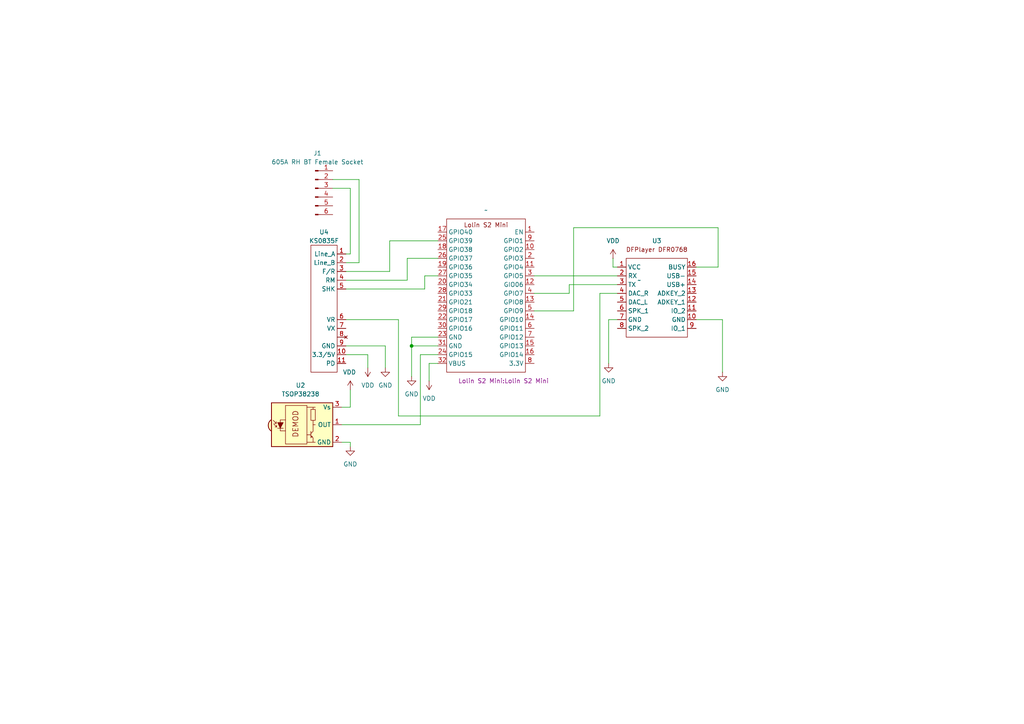
<source format=kicad_sch>
(kicad_sch
	(version 20250114)
	(generator "eeschema")
	(generator_version "9.0")
	(uuid "5987d076-9baa-4da4-b28f-4ea54351e9b4")
	(paper "A4")
	(lib_symbols
		(symbol "Connector:Conn_01x06_Pin"
			(pin_names
				(offset 1.016)
				(hide yes)
			)
			(exclude_from_sim no)
			(in_bom yes)
			(on_board yes)
			(property "Reference" "J"
				(at 0 7.62 0)
				(effects
					(font
						(size 1.27 1.27)
					)
				)
			)
			(property "Value" "Conn_01x06_Pin"
				(at 0 -10.16 0)
				(effects
					(font
						(size 1.27 1.27)
					)
				)
			)
			(property "Footprint" ""
				(at 0 0 0)
				(effects
					(font
						(size 1.27 1.27)
					)
					(hide yes)
				)
			)
			(property "Datasheet" "~"
				(at 0 0 0)
				(effects
					(font
						(size 1.27 1.27)
					)
					(hide yes)
				)
			)
			(property "Description" "Generic connector, single row, 01x06, script generated"
				(at 0 0 0)
				(effects
					(font
						(size 1.27 1.27)
					)
					(hide yes)
				)
			)
			(property "ki_locked" ""
				(at 0 0 0)
				(effects
					(font
						(size 1.27 1.27)
					)
				)
			)
			(property "ki_keywords" "connector"
				(at 0 0 0)
				(effects
					(font
						(size 1.27 1.27)
					)
					(hide yes)
				)
			)
			(property "ki_fp_filters" "Connector*:*_1x??_*"
				(at 0 0 0)
				(effects
					(font
						(size 1.27 1.27)
					)
					(hide yes)
				)
			)
			(symbol "Conn_01x06_Pin_1_1"
				(rectangle
					(start 0.8636 5.207)
					(end 0 4.953)
					(stroke
						(width 0.1524)
						(type default)
					)
					(fill
						(type outline)
					)
				)
				(rectangle
					(start 0.8636 2.667)
					(end 0 2.413)
					(stroke
						(width 0.1524)
						(type default)
					)
					(fill
						(type outline)
					)
				)
				(rectangle
					(start 0.8636 0.127)
					(end 0 -0.127)
					(stroke
						(width 0.1524)
						(type default)
					)
					(fill
						(type outline)
					)
				)
				(rectangle
					(start 0.8636 -2.413)
					(end 0 -2.667)
					(stroke
						(width 0.1524)
						(type default)
					)
					(fill
						(type outline)
					)
				)
				(rectangle
					(start 0.8636 -4.953)
					(end 0 -5.207)
					(stroke
						(width 0.1524)
						(type default)
					)
					(fill
						(type outline)
					)
				)
				(rectangle
					(start 0.8636 -7.493)
					(end 0 -7.747)
					(stroke
						(width 0.1524)
						(type default)
					)
					(fill
						(type outline)
					)
				)
				(polyline
					(pts
						(xy 1.27 5.08) (xy 0.8636 5.08)
					)
					(stroke
						(width 0.1524)
						(type default)
					)
					(fill
						(type none)
					)
				)
				(polyline
					(pts
						(xy 1.27 2.54) (xy 0.8636 2.54)
					)
					(stroke
						(width 0.1524)
						(type default)
					)
					(fill
						(type none)
					)
				)
				(polyline
					(pts
						(xy 1.27 0) (xy 0.8636 0)
					)
					(stroke
						(width 0.1524)
						(type default)
					)
					(fill
						(type none)
					)
				)
				(polyline
					(pts
						(xy 1.27 -2.54) (xy 0.8636 -2.54)
					)
					(stroke
						(width 0.1524)
						(type default)
					)
					(fill
						(type none)
					)
				)
				(polyline
					(pts
						(xy 1.27 -5.08) (xy 0.8636 -5.08)
					)
					(stroke
						(width 0.1524)
						(type default)
					)
					(fill
						(type none)
					)
				)
				(polyline
					(pts
						(xy 1.27 -7.62) (xy 0.8636 -7.62)
					)
					(stroke
						(width 0.1524)
						(type default)
					)
					(fill
						(type none)
					)
				)
				(pin passive line
					(at 5.08 5.08 180)
					(length 3.81)
					(name "Pin_1"
						(effects
							(font
								(size 1.27 1.27)
							)
						)
					)
					(number "1"
						(effects
							(font
								(size 1.27 1.27)
							)
						)
					)
				)
				(pin passive line
					(at 5.08 2.54 180)
					(length 3.81)
					(name "Pin_2"
						(effects
							(font
								(size 1.27 1.27)
							)
						)
					)
					(number "2"
						(effects
							(font
								(size 1.27 1.27)
							)
						)
					)
				)
				(pin passive line
					(at 5.08 0 180)
					(length 3.81)
					(name "Pin_3"
						(effects
							(font
								(size 1.27 1.27)
							)
						)
					)
					(number "3"
						(effects
							(font
								(size 1.27 1.27)
							)
						)
					)
				)
				(pin passive line
					(at 5.08 -2.54 180)
					(length 3.81)
					(name "Pin_4"
						(effects
							(font
								(size 1.27 1.27)
							)
						)
					)
					(number "4"
						(effects
							(font
								(size 1.27 1.27)
							)
						)
					)
				)
				(pin passive line
					(at 5.08 -5.08 180)
					(length 3.81)
					(name "Pin_5"
						(effects
							(font
								(size 1.27 1.27)
							)
						)
					)
					(number "5"
						(effects
							(font
								(size 1.27 1.27)
							)
						)
					)
				)
				(pin passive line
					(at 5.08 -7.62 180)
					(length 3.81)
					(name "Pin_6"
						(effects
							(font
								(size 1.27 1.27)
							)
						)
					)
					(number "6"
						(effects
							(font
								(size 1.27 1.27)
							)
						)
					)
				)
			)
			(embedded_fonts no)
		)
		(symbol "DF_Robot:DFR0768-mp3-player"
			(exclude_from_sim no)
			(in_bom yes)
			(on_board yes)
			(property "Reference" "U"
				(at 0 0 0)
				(effects
					(font
						(size 1.27 1.27)
					)
				)
			)
			(property "Value" ""
				(at 0 0 0)
				(effects
					(font
						(size 1.27 1.27)
					)
				)
			)
			(property "Footprint" ""
				(at 0 0 0)
				(effects
					(font
						(size 1.27 1.27)
					)
					(hide yes)
				)
			)
			(property "Datasheet" ""
				(at 0 0 0)
				(effects
					(font
						(size 1.27 1.27)
					)
					(hide yes)
				)
			)
			(property "Description" ""
				(at 0 0 0)
				(effects
					(font
						(size 1.27 1.27)
					)
					(hide yes)
				)
			)
			(symbol "DFR0768-mp3-player_0_1"
				(rectangle
					(start -3.81 6.35)
					(end 13.97 -16.51)
					(stroke
						(width 0)
						(type default)
					)
					(fill
						(type none)
					)
				)
				(rectangle
					(start 12.7 3.81)
					(end 12.7 3.81)
					(stroke
						(width 0)
						(type default)
					)
					(fill
						(type none)
					)
				)
			)
			(symbol "DFR0768-mp3-player_1_1"
				(text "DFPlayer DFR0768"
					(at 5.08 8.89 0)
					(effects
						(font
							(size 1.27 1.27)
						)
					)
				)
				(pin power_in line
					(at -6.35 3.81 0)
					(length 2.54)
					(name "VCC"
						(effects
							(font
								(size 1.27 1.27)
							)
						)
					)
					(number "1"
						(effects
							(font
								(size 1.27 1.27)
							)
						)
					)
				)
				(pin input line
					(at -6.35 1.27 0)
					(length 2.54)
					(name "RX"
						(effects
							(font
								(size 1.27 1.27)
							)
						)
					)
					(number "2"
						(effects
							(font
								(size 1.27 1.27)
							)
						)
					)
				)
				(pin output line
					(at -6.35 -1.27 0)
					(length 2.54)
					(name "TX"
						(effects
							(font
								(size 1.27 1.27)
							)
						)
					)
					(number "3"
						(effects
							(font
								(size 1.27 1.27)
							)
						)
					)
				)
				(pin output line
					(at -6.35 -3.81 0)
					(length 2.54)
					(name "DAC_R"
						(effects
							(font
								(size 1.27 1.27)
							)
						)
					)
					(number "4"
						(effects
							(font
								(size 1.27 1.27)
							)
						)
					)
				)
				(pin output line
					(at -6.35 -6.35 0)
					(length 2.54)
					(name "DAC_L"
						(effects
							(font
								(size 1.27 1.27)
							)
						)
					)
					(number "5"
						(effects
							(font
								(size 1.27 1.27)
							)
						)
					)
				)
				(pin output line
					(at -6.35 -8.89 0)
					(length 2.54)
					(name "SPK_1"
						(effects
							(font
								(size 1.27 1.27)
							)
						)
					)
					(number "6"
						(effects
							(font
								(size 1.27 1.27)
							)
						)
					)
				)
				(pin power_in line
					(at -6.35 -11.43 0)
					(length 2.54)
					(name "GND"
						(effects
							(font
								(size 1.27 1.27)
							)
						)
					)
					(number "7"
						(effects
							(font
								(size 1.27 1.27)
							)
						)
					)
				)
				(pin power_in line
					(at -6.35 -13.97 0)
					(length 2.54)
					(name "SPK_2"
						(effects
							(font
								(size 1.27 1.27)
							)
						)
					)
					(number "8"
						(effects
							(font
								(size 1.27 1.27)
							)
						)
					)
				)
				(pin output line
					(at 16.51 3.81 180)
					(length 2.54)
					(name "BUSY"
						(effects
							(font
								(size 1.27 1.27)
							)
						)
					)
					(number "16"
						(effects
							(font
								(size 1.27 1.27)
							)
						)
					)
				)
				(pin bidirectional line
					(at 16.51 1.27 180)
					(length 2.54)
					(name "USB-"
						(effects
							(font
								(size 1.27 1.27)
							)
						)
					)
					(number "15"
						(effects
							(font
								(size 1.27 1.27)
							)
						)
					)
				)
				(pin bidirectional line
					(at 16.51 -1.27 180)
					(length 2.54)
					(name "USB+"
						(effects
							(font
								(size 1.27 1.27)
							)
						)
					)
					(number "14"
						(effects
							(font
								(size 1.27 1.27)
							)
						)
					)
				)
				(pin input line
					(at 16.51 -3.81 180)
					(length 2.54)
					(name "ADKEY_2"
						(effects
							(font
								(size 1.27 1.27)
							)
						)
					)
					(number "13"
						(effects
							(font
								(size 1.27 1.27)
							)
						)
					)
				)
				(pin input line
					(at 16.51 -6.35 180)
					(length 2.54)
					(name "ADKEY_1"
						(effects
							(font
								(size 1.27 1.27)
							)
						)
					)
					(number "12"
						(effects
							(font
								(size 1.27 1.27)
							)
						)
					)
				)
				(pin bidirectional line
					(at 16.51 -8.89 180)
					(length 2.54)
					(name "IO_2"
						(effects
							(font
								(size 1.27 1.27)
							)
						)
					)
					(number "11"
						(effects
							(font
								(size 1.27 1.27)
							)
						)
					)
				)
				(pin power_in line
					(at 16.51 -11.43 180)
					(length 2.54)
					(name "GND"
						(effects
							(font
								(size 1.27 1.27)
							)
						)
					)
					(number "10"
						(effects
							(font
								(size 1.27 1.27)
							)
						)
					)
				)
				(pin bidirectional line
					(at 16.51 -13.97 180)
					(length 2.54)
					(name "IO_1"
						(effects
							(font
								(size 1.27 1.27)
							)
						)
					)
					(number "9"
						(effects
							(font
								(size 1.27 1.27)
							)
						)
					)
				)
			)
			(embedded_fonts no)
		)
		(symbol "Interface_Optical:TSOP382xx"
			(exclude_from_sim no)
			(in_bom yes)
			(on_board yes)
			(property "Reference" "U"
				(at -10.16 7.62 0)
				(effects
					(font
						(size 1.27 1.27)
					)
					(justify left)
				)
			)
			(property "Value" "TSOP382xx"
				(at -10.16 -7.62 0)
				(effects
					(font
						(size 1.27 1.27)
					)
					(justify left)
				)
			)
			(property "Footprint" "OptoDevice:Vishay_MINICAST-3Pin"
				(at -1.27 -9.525 0)
				(effects
					(font
						(size 1.27 1.27)
					)
					(hide yes)
				)
			)
			(property "Datasheet" "http://www.vishay.com/docs/82491/tsop382.pdf"
				(at 16.51 7.62 0)
				(effects
					(font
						(size 1.27 1.27)
					)
					(hide yes)
				)
			)
			(property "Description" "Photo Modules for PCM Remote Control Systems"
				(at 0 0 0)
				(effects
					(font
						(size 1.27 1.27)
					)
					(hide yes)
				)
			)
			(property "ki_keywords" "opto IR receiver"
				(at 0 0 0)
				(effects
					(font
						(size 1.27 1.27)
					)
					(hide yes)
				)
			)
			(property "ki_fp_filters" "Vishay*MINICAST*"
				(at 0 0 0)
				(effects
					(font
						(size 1.27 1.27)
					)
					(hide yes)
				)
			)
			(symbol "TSOP382xx_0_0"
				(arc
					(start -10.287 -1.778)
					(mid -11.0899 -0.1905)
					(end -10.287 1.397)
					(stroke
						(width 0.254)
						(type default)
					)
					(fill
						(type background)
					)
				)
				(polyline
					(pts
						(xy 1.905 5.08) (xy 0.127 5.08)
					)
					(stroke
						(width 0)
						(type default)
					)
					(fill
						(type none)
					)
				)
				(polyline
					(pts
						(xy 1.905 -5.08) (xy 0.127 -5.08)
					)
					(stroke
						(width 0)
						(type default)
					)
					(fill
						(type none)
					)
				)
				(text "DEMOD"
					(at -3.175 0.254 900)
					(effects
						(font
							(size 1.524 1.524)
						)
					)
				)
			)
			(symbol "TSOP382xx_0_1"
				(polyline
					(pts
						(xy -8.763 0.381) (xy -9.652 1.27)
					)
					(stroke
						(width 0)
						(type default)
					)
					(fill
						(type none)
					)
				)
				(polyline
					(pts
						(xy -8.763 0.381) (xy -9.271 0.381)
					)
					(stroke
						(width 0)
						(type default)
					)
					(fill
						(type none)
					)
				)
				(polyline
					(pts
						(xy -8.763 0.381) (xy -8.763 0.889)
					)
					(stroke
						(width 0)
						(type default)
					)
					(fill
						(type none)
					)
				)
				(polyline
					(pts
						(xy -8.636 -0.635) (xy -9.525 0.254)
					)
					(stroke
						(width 0)
						(type default)
					)
					(fill
						(type none)
					)
				)
				(polyline
					(pts
						(xy -8.636 -0.635) (xy -9.144 -0.635)
					)
					(stroke
						(width 0)
						(type default)
					)
					(fill
						(type none)
					)
				)
				(polyline
					(pts
						(xy -8.636 -0.635) (xy -8.636 -0.127)
					)
					(stroke
						(width 0)
						(type default)
					)
					(fill
						(type none)
					)
				)
				(polyline
					(pts
						(xy -8.382 0.635) (xy -6.731 0.635) (xy -7.62 -1.016) (xy -8.382 0.635)
					)
					(stroke
						(width 0)
						(type default)
					)
					(fill
						(type outline)
					)
				)
				(polyline
					(pts
						(xy -8.382 -1.016) (xy -6.731 -1.016)
					)
					(stroke
						(width 0)
						(type default)
					)
					(fill
						(type none)
					)
				)
				(rectangle
					(start -6.096 5.588)
					(end 0.127 -5.588)
					(stroke
						(width 0)
						(type default)
					)
					(fill
						(type none)
					)
				)
				(polyline
					(pts
						(xy -6.096 1.397) (xy -7.62 1.397) (xy -7.62 -1.778) (xy -6.096 -1.778)
					)
					(stroke
						(width 0)
						(type default)
					)
					(fill
						(type none)
					)
				)
				(polyline
					(pts
						(xy 1.27 -1.905) (xy 1.27 -3.81)
					)
					(stroke
						(width 0)
						(type default)
					)
					(fill
						(type none)
					)
				)
				(polyline
					(pts
						(xy 1.27 -2.54) (xy 1.905 -1.905) (xy 1.905 0) (xy 2.54 0)
					)
					(stroke
						(width 0)
						(type default)
					)
					(fill
						(type none)
					)
				)
				(polyline
					(pts
						(xy 1.27 -2.921) (xy 0.127 -2.921)
					)
					(stroke
						(width 0)
						(type default)
					)
					(fill
						(type none)
					)
				)
				(polyline
					(pts
						(xy 1.27 -3.175) (xy 1.905 -3.81) (xy 1.905 -5.08) (xy 2.54 -5.08)
					)
					(stroke
						(width 0)
						(type default)
					)
					(fill
						(type none)
					)
				)
				(polyline
					(pts
						(xy 1.397 -3.556) (xy 1.524 -3.556)
					)
					(stroke
						(width 0)
						(type default)
					)
					(fill
						(type none)
					)
				)
				(polyline
					(pts
						(xy 1.651 -3.556) (xy 1.524 -3.556)
					)
					(stroke
						(width 0)
						(type default)
					)
					(fill
						(type none)
					)
				)
				(polyline
					(pts
						(xy 1.651 -3.556) (xy 1.651 -3.302)
					)
					(stroke
						(width 0)
						(type default)
					)
					(fill
						(type none)
					)
				)
				(polyline
					(pts
						(xy 1.905 4.445) (xy 1.905 5.08) (xy 2.54 5.08)
					)
					(stroke
						(width 0)
						(type default)
					)
					(fill
						(type none)
					)
				)
				(polyline
					(pts
						(xy 1.905 0) (xy 1.905 1.27)
					)
					(stroke
						(width 0)
						(type default)
					)
					(fill
						(type none)
					)
				)
				(rectangle
					(start 2.54 1.27)
					(end 1.27 4.445)
					(stroke
						(width 0)
						(type default)
					)
					(fill
						(type none)
					)
				)
				(rectangle
					(start 7.62 6.35)
					(end -10.16 -6.35)
					(stroke
						(width 0.254)
						(type default)
					)
					(fill
						(type background)
					)
				)
			)
			(symbol "TSOP382xx_1_1"
				(pin power_in line
					(at 10.16 5.08 180)
					(length 2.54)
					(name "Vs"
						(effects
							(font
								(size 1.27 1.27)
							)
						)
					)
					(number "3"
						(effects
							(font
								(size 1.27 1.27)
							)
						)
					)
				)
				(pin output line
					(at 10.16 0 180)
					(length 2.54)
					(name "OUT"
						(effects
							(font
								(size 1.27 1.27)
							)
						)
					)
					(number "1"
						(effects
							(font
								(size 1.27 1.27)
							)
						)
					)
				)
				(pin power_in line
					(at 10.16 -5.08 180)
					(length 2.54)
					(name "GND"
						(effects
							(font
								(size 1.27 1.27)
							)
						)
					)
					(number "2"
						(effects
							(font
								(size 1.27 1.27)
							)
						)
					)
				)
			)
			(embedded_fonts no)
		)
		(symbol "KLP_Library2:Lolin_S2_Mini"
			(exclude_from_sim no)
			(in_bom yes)
			(on_board yes)
			(property "Reference" "U1"
				(at -10.16 15.24 0)
				(effects
					(font
						(size 1.27 1.27)
					)
				)
			)
			(property "Value" "~"
				(at -16.51 -20.32 0)
				(effects
					(font
						(size 1.27 1.27)
					)
				)
			)
			(property "Footprint" "Lolin S2 Mini:Lolin S2 Mini"
				(at -15.24 -33.02 0)
				(effects
					(font
						(size 1.27 1.27)
					)
					(hide yes)
				)
			)
			(property "Datasheet" ""
				(at -16.51 -20.32 0)
				(effects
					(font
						(size 1.27 1.27)
					)
					(hide yes)
				)
			)
			(property "Description" ""
				(at 0 0 0)
				(effects
					(font
						(size 1.27 1.27)
					)
				)
			)
			(symbol "Lolin_S2_Mini_0_0"
				(text_box "Lolin S2 Mini"
					(at -21.59 13.97 0)
					(size 22.86 -44.45)
					(margins 1.016 1.016 1.016 1.016)
					(stroke
						(width 0)
						(type default)
					)
					(fill
						(type none)
					)
					(effects
						(font
							(size 1.27 1.27)
						)
						(justify top)
					)
				)
			)
			(symbol "Lolin_S2_Mini_1_1"
				(pin input line
					(at -24.13 10.16 0)
					(length 2.54)
					(name "EN"
						(effects
							(font
								(size 1.27 1.27)
							)
						)
					)
					(number "1"
						(effects
							(font
								(size 1.27 1.27)
							)
						)
					)
				)
				(pin bidirectional line
					(at -24.13 7.62 0)
					(length 2.54)
					(name "GPIO1"
						(effects
							(font
								(size 1.27 1.27)
							)
						)
					)
					(number "9"
						(effects
							(font
								(size 1.27 1.27)
							)
						)
					)
				)
				(pin bidirectional line
					(at -24.13 5.08 0)
					(length 2.54)
					(name "GPIO2"
						(effects
							(font
								(size 1.27 1.27)
							)
						)
					)
					(number "10"
						(effects
							(font
								(size 1.27 1.27)
							)
						)
					)
				)
				(pin bidirectional line
					(at -24.13 2.54 0)
					(length 2.54)
					(name "GPIO3"
						(effects
							(font
								(size 1.27 1.27)
							)
						)
					)
					(number "2"
						(effects
							(font
								(size 1.27 1.27)
							)
						)
					)
				)
				(pin bidirectional line
					(at -24.13 0 0)
					(length 2.54)
					(name "GPIO4"
						(effects
							(font
								(size 1.27 1.27)
							)
						)
					)
					(number "11"
						(effects
							(font
								(size 1.27 1.27)
							)
						)
					)
				)
				(pin bidirectional line
					(at -24.13 -2.54 0)
					(length 2.54)
					(name "GPIO5"
						(effects
							(font
								(size 1.27 1.27)
							)
						)
					)
					(number "3"
						(effects
							(font
								(size 1.27 1.27)
							)
						)
					)
				)
				(pin bidirectional line
					(at -24.13 -5.08 0)
					(length 2.54)
					(name "GIO06"
						(effects
							(font
								(size 1.27 1.27)
							)
						)
					)
					(number "12"
						(effects
							(font
								(size 1.27 1.27)
							)
						)
					)
				)
				(pin bidirectional line
					(at -24.13 -7.62 0)
					(length 2.54)
					(name "GPIO7"
						(effects
							(font
								(size 1.27 1.27)
							)
						)
					)
					(number "4"
						(effects
							(font
								(size 1.27 1.27)
							)
						)
					)
				)
				(pin bidirectional line
					(at -24.13 -10.16 0)
					(length 2.54)
					(name "GPIO8"
						(effects
							(font
								(size 1.27 1.27)
							)
						)
					)
					(number "13"
						(effects
							(font
								(size 1.27 1.27)
							)
						)
					)
				)
				(pin bidirectional line
					(at -24.13 -12.7 0)
					(length 2.54)
					(name "GPIO9"
						(effects
							(font
								(size 1.27 1.27)
							)
						)
					)
					(number "5"
						(effects
							(font
								(size 1.27 1.27)
							)
						)
					)
				)
				(pin bidirectional line
					(at -24.13 -15.24 0)
					(length 2.54)
					(name "GPIO10"
						(effects
							(font
								(size 1.27 1.27)
							)
						)
					)
					(number "14"
						(effects
							(font
								(size 1.27 1.27)
							)
						)
					)
				)
				(pin bidirectional line
					(at -24.13 -17.78 0)
					(length 2.54)
					(name "GPIO11"
						(effects
							(font
								(size 1.27 1.27)
							)
						)
					)
					(number "6"
						(effects
							(font
								(size 1.27 1.27)
							)
						)
					)
				)
				(pin bidirectional line
					(at -24.13 -20.32 0)
					(length 2.54)
					(name "GPIO12"
						(effects
							(font
								(size 1.27 1.27)
							)
						)
					)
					(number "7"
						(effects
							(font
								(size 1.27 1.27)
							)
						)
					)
				)
				(pin bidirectional line
					(at -24.13 -22.86 0)
					(length 2.54)
					(name "GPIO13"
						(effects
							(font
								(size 1.27 1.27)
							)
						)
					)
					(number "15"
						(effects
							(font
								(size 1.27 1.27)
							)
						)
					)
				)
				(pin bidirectional line
					(at -24.13 -25.4 0)
					(length 2.54)
					(name "GPIO14"
						(effects
							(font
								(size 1.27 1.27)
							)
						)
					)
					(number "16"
						(effects
							(font
								(size 1.27 1.27)
							)
						)
					)
				)
				(pin power_in line
					(at -24.13 -27.94 0)
					(length 2.54)
					(name "3.3V"
						(effects
							(font
								(size 1.27 1.27)
							)
						)
					)
					(number "8"
						(effects
							(font
								(size 1.27 1.27)
							)
						)
					)
				)
				(pin bidirectional line
					(at 3.81 10.16 180)
					(length 2.54)
					(name "GPIO40"
						(effects
							(font
								(size 1.27 1.27)
							)
						)
					)
					(number "17"
						(effects
							(font
								(size 1.27 1.27)
							)
						)
					)
				)
				(pin bidirectional line
					(at 3.81 7.62 180)
					(length 2.54)
					(name "GPIO39"
						(effects
							(font
								(size 1.27 1.27)
							)
						)
					)
					(number "25"
						(effects
							(font
								(size 1.27 1.27)
							)
						)
					)
				)
				(pin bidirectional line
					(at 3.81 5.08 180)
					(length 2.54)
					(name "GPIO38"
						(effects
							(font
								(size 1.27 1.27)
							)
						)
					)
					(number "18"
						(effects
							(font
								(size 1.27 1.27)
							)
						)
					)
				)
				(pin bidirectional line
					(at 3.81 2.54 180)
					(length 2.54)
					(name "GPIO37"
						(effects
							(font
								(size 1.27 1.27)
							)
						)
					)
					(number "26"
						(effects
							(font
								(size 1.27 1.27)
							)
						)
					)
				)
				(pin bidirectional line
					(at 3.81 0 180)
					(length 2.54)
					(name "GPIO36"
						(effects
							(font
								(size 1.27 1.27)
							)
						)
					)
					(number "19"
						(effects
							(font
								(size 1.27 1.27)
							)
						)
					)
				)
				(pin bidirectional line
					(at 3.81 -2.54 180)
					(length 2.54)
					(name "GPIO35"
						(effects
							(font
								(size 1.27 1.27)
							)
						)
					)
					(number "27"
						(effects
							(font
								(size 1.27 1.27)
							)
						)
					)
				)
				(pin bidirectional line
					(at 3.81 -5.08 180)
					(length 2.54)
					(name "GPIO34"
						(effects
							(font
								(size 1.27 1.27)
							)
						)
					)
					(number "20"
						(effects
							(font
								(size 1.27 1.27)
							)
						)
					)
				)
				(pin bidirectional line
					(at 3.81 -7.62 180)
					(length 2.54)
					(name "GPIO33"
						(effects
							(font
								(size 1.27 1.27)
							)
						)
					)
					(number "28"
						(effects
							(font
								(size 1.27 1.27)
							)
						)
					)
				)
				(pin bidirectional line
					(at 3.81 -10.16 180)
					(length 2.54)
					(name "GPIO21"
						(effects
							(font
								(size 1.27 1.27)
							)
						)
					)
					(number "21"
						(effects
							(font
								(size 1.27 1.27)
							)
						)
					)
				)
				(pin bidirectional line
					(at 3.81 -12.7 180)
					(length 2.54)
					(name "GPIO18"
						(effects
							(font
								(size 1.27 1.27)
							)
						)
					)
					(number "29"
						(effects
							(font
								(size 1.27 1.27)
							)
						)
					)
				)
				(pin bidirectional line
					(at 3.81 -15.24 180)
					(length 2.54)
					(name "GPIO17"
						(effects
							(font
								(size 1.27 1.27)
							)
						)
					)
					(number "22"
						(effects
							(font
								(size 1.27 1.27)
							)
						)
					)
				)
				(pin bidirectional line
					(at 3.81 -17.78 180)
					(length 2.54)
					(name "GPIO16"
						(effects
							(font
								(size 1.27 1.27)
							)
						)
					)
					(number "30"
						(effects
							(font
								(size 1.27 1.27)
							)
						)
					)
				)
				(pin power_in line
					(at 3.81 -20.32 180)
					(length 2.54)
					(name "GND"
						(effects
							(font
								(size 1.27 1.27)
							)
						)
					)
					(number "23"
						(effects
							(font
								(size 1.27 1.27)
							)
						)
					)
				)
				(pin power_in line
					(at 3.81 -22.86 180)
					(length 2.54)
					(name "GND"
						(effects
							(font
								(size 1.27 1.27)
							)
						)
					)
					(number "31"
						(effects
							(font
								(size 1.27 1.27)
							)
						)
					)
				)
				(pin bidirectional line
					(at 3.81 -25.4 180)
					(length 2.54)
					(name "GPIO15"
						(effects
							(font
								(size 1.27 1.27)
							)
						)
					)
					(number "24"
						(effects
							(font
								(size 1.27 1.27)
							)
						)
					)
				)
				(pin power_in line
					(at 3.81 -27.94 180)
					(length 2.54)
					(name "VBUS"
						(effects
							(font
								(size 1.27 1.27)
							)
						)
					)
					(number "32"
						(effects
							(font
								(size 1.27 1.27)
							)
						)
					)
				)
			)
			(embedded_fonts no)
		)
		(symbol "Telephony:KS0835F"
			(exclude_from_sim no)
			(in_bom yes)
			(on_board yes)
			(property "Reference" "U"
				(at 0 0 0)
				(effects
					(font
						(size 1.27 1.27)
					)
				)
			)
			(property "Value" "KS0835F"
				(at -1.27 11.43 0)
				(effects
					(font
						(size 1.27 1.27)
					)
				)
			)
			(property "Footprint" ""
				(at 0 0 0)
				(effects
					(font
						(size 1.27 1.27)
					)
					(hide yes)
				)
			)
			(property "Datasheet" ""
				(at 0 0 0)
				(effects
					(font
						(size 1.27 1.27)
					)
					(hide yes)
				)
			)
			(property "Description" ""
				(at 0 0 0)
				(effects
					(font
						(size 1.27 1.27)
					)
					(hide yes)
				)
			)
			(symbol "KS0835F_0_1"
				(rectangle
					(start -12.7 10.16)
					(end -5.08 -26.67)
					(stroke
						(width 0)
						(type default)
					)
					(fill
						(type none)
					)
				)
			)
			(symbol "KS0835F_1_1"
				(pin bidirectional line
					(at -2.54 7.62 180)
					(length 2.54)
					(name "Line_A"
						(effects
							(font
								(size 1.27 1.27)
							)
						)
					)
					(number "1"
						(effects
							(font
								(size 1.27 1.27)
							)
						)
					)
				)
				(pin bidirectional line
					(at -2.54 5.08 180)
					(length 2.54)
					(name "Line_B"
						(effects
							(font
								(size 1.27 1.27)
							)
						)
					)
					(number "2"
						(effects
							(font
								(size 1.27 1.27)
							)
						)
					)
				)
				(pin input line
					(at -2.54 2.54 180)
					(length 2.54)
					(name "F/R"
						(effects
							(font
								(size 1.27 1.27)
							)
						)
					)
					(number "3"
						(effects
							(font
								(size 1.27 1.27)
							)
						)
					)
				)
				(pin output line
					(at -2.54 0 180)
					(length 2.54)
					(name "RM"
						(effects
							(font
								(size 1.27 1.27)
							)
						)
					)
					(number "4"
						(effects
							(font
								(size 1.27 1.27)
							)
						)
					)
				)
				(pin output line
					(at -2.54 -2.54 180)
					(length 2.54)
					(name "SHK"
						(effects
							(font
								(size 1.27 1.27)
							)
						)
					)
					(number "5"
						(effects
							(font
								(size 1.27 1.27)
							)
						)
					)
				)
				(pin input line
					(at -2.54 -11.43 180)
					(length 2.54)
					(name "VR"
						(effects
							(font
								(size 1.27 1.27)
							)
						)
					)
					(number "6"
						(effects
							(font
								(size 1.27 1.27)
							)
						)
					)
				)
				(pin input line
					(at -2.54 -13.97 180)
					(length 2.54)
					(name "VX"
						(effects
							(font
								(size 1.27 1.27)
							)
						)
					)
					(number "7"
						(effects
							(font
								(size 1.27 1.27)
							)
						)
					)
				)
				(pin no_connect line
					(at -2.54 -16.51 180)
					(length 2.54)
					(name ""
						(effects
							(font
								(size 1.27 1.27)
							)
						)
					)
					(number "8"
						(effects
							(font
								(size 1.27 1.27)
							)
						)
					)
				)
				(pin power_in line
					(at -2.54 -19.05 180)
					(length 2.54)
					(name "GND"
						(effects
							(font
								(size 1.27 1.27)
							)
						)
					)
					(number "9"
						(effects
							(font
								(size 1.27 1.27)
							)
						)
					)
				)
				(pin power_in line
					(at -2.54 -21.59 180)
					(length 2.54)
					(name "3.3/5V"
						(effects
							(font
								(size 1.27 1.27)
							)
						)
					)
					(number "10"
						(effects
							(font
								(size 1.27 1.27)
							)
						)
					)
				)
				(pin output line
					(at -2.54 -24.13 180)
					(length 2.54)
					(name "PD"
						(effects
							(font
								(size 1.27 1.27)
							)
						)
					)
					(number "11"
						(effects
							(font
								(size 1.27 1.27)
							)
						)
					)
				)
			)
			(embedded_fonts no)
		)
		(symbol "power:GND"
			(power)
			(pin_numbers
				(hide yes)
			)
			(pin_names
				(offset 0)
				(hide yes)
			)
			(exclude_from_sim no)
			(in_bom yes)
			(on_board yes)
			(property "Reference" "#PWR"
				(at 0 -6.35 0)
				(effects
					(font
						(size 1.27 1.27)
					)
					(hide yes)
				)
			)
			(property "Value" "GND"
				(at 0 -3.81 0)
				(effects
					(font
						(size 1.27 1.27)
					)
				)
			)
			(property "Footprint" ""
				(at 0 0 0)
				(effects
					(font
						(size 1.27 1.27)
					)
					(hide yes)
				)
			)
			(property "Datasheet" ""
				(at 0 0 0)
				(effects
					(font
						(size 1.27 1.27)
					)
					(hide yes)
				)
			)
			(property "Description" "Power symbol creates a global label with name \"GND\" , ground"
				(at 0 0 0)
				(effects
					(font
						(size 1.27 1.27)
					)
					(hide yes)
				)
			)
			(property "ki_keywords" "global power"
				(at 0 0 0)
				(effects
					(font
						(size 1.27 1.27)
					)
					(hide yes)
				)
			)
			(symbol "GND_0_1"
				(polyline
					(pts
						(xy 0 0) (xy 0 -1.27) (xy 1.27 -1.27) (xy 0 -2.54) (xy -1.27 -1.27) (xy 0 -1.27)
					)
					(stroke
						(width 0)
						(type default)
					)
					(fill
						(type none)
					)
				)
			)
			(symbol "GND_1_1"
				(pin power_in line
					(at 0 0 270)
					(length 0)
					(name "~"
						(effects
							(font
								(size 1.27 1.27)
							)
						)
					)
					(number "1"
						(effects
							(font
								(size 1.27 1.27)
							)
						)
					)
				)
			)
			(embedded_fonts no)
		)
		(symbol "power:VDD"
			(power)
			(pin_numbers
				(hide yes)
			)
			(pin_names
				(offset 0)
				(hide yes)
			)
			(exclude_from_sim no)
			(in_bom yes)
			(on_board yes)
			(property "Reference" "#PWR"
				(at 0 -3.81 0)
				(effects
					(font
						(size 1.27 1.27)
					)
					(hide yes)
				)
			)
			(property "Value" "VDD"
				(at 0 3.556 0)
				(effects
					(font
						(size 1.27 1.27)
					)
				)
			)
			(property "Footprint" ""
				(at 0 0 0)
				(effects
					(font
						(size 1.27 1.27)
					)
					(hide yes)
				)
			)
			(property "Datasheet" ""
				(at 0 0 0)
				(effects
					(font
						(size 1.27 1.27)
					)
					(hide yes)
				)
			)
			(property "Description" "Power symbol creates a global label with name \"VDD\""
				(at 0 0 0)
				(effects
					(font
						(size 1.27 1.27)
					)
					(hide yes)
				)
			)
			(property "ki_keywords" "global power"
				(at 0 0 0)
				(effects
					(font
						(size 1.27 1.27)
					)
					(hide yes)
				)
			)
			(symbol "VDD_0_1"
				(polyline
					(pts
						(xy -0.762 1.27) (xy 0 2.54)
					)
					(stroke
						(width 0)
						(type default)
					)
					(fill
						(type none)
					)
				)
				(polyline
					(pts
						(xy 0 2.54) (xy 0.762 1.27)
					)
					(stroke
						(width 0)
						(type default)
					)
					(fill
						(type none)
					)
				)
				(polyline
					(pts
						(xy 0 0) (xy 0 2.54)
					)
					(stroke
						(width 0)
						(type default)
					)
					(fill
						(type none)
					)
				)
			)
			(symbol "VDD_1_1"
				(pin power_in line
					(at 0 0 90)
					(length 0)
					(name "~"
						(effects
							(font
								(size 1.27 1.27)
							)
						)
					)
					(number "1"
						(effects
							(font
								(size 1.27 1.27)
							)
						)
					)
				)
			)
			(embedded_fonts no)
		)
	)
	(junction
		(at 119.38 100.33)
		(diameter 0)
		(color 0 0 0 0)
		(uuid "92e44202-353d-4375-b375-08136a47e618")
	)
	(wire
		(pts
			(xy 100.33 100.33) (xy 111.76 100.33)
		)
		(stroke
			(width 0)
			(type default)
		)
		(uuid "0256552e-2f8e-4df8-940f-9e1c847ab93e")
	)
	(wire
		(pts
			(xy 118.11 81.28) (xy 100.33 81.28)
		)
		(stroke
			(width 0)
			(type default)
		)
		(uuid "0891437e-74b7-4f0c-92ca-eb80550b369e")
	)
	(wire
		(pts
			(xy 100.33 83.82) (xy 123.19 83.82)
		)
		(stroke
			(width 0)
			(type default)
		)
		(uuid "0bdab992-24b9-464e-82a7-be2bc6e78fcc")
	)
	(wire
		(pts
			(xy 101.6 128.27) (xy 101.6 129.54)
		)
		(stroke
			(width 0)
			(type default)
		)
		(uuid "1a5a9737-a11d-462b-9ec8-1d0a5626099f")
	)
	(wire
		(pts
			(xy 101.6 73.66) (xy 100.33 73.66)
		)
		(stroke
			(width 0)
			(type default)
		)
		(uuid "1c47f8e7-2600-40bc-a38e-6a9281722a30")
	)
	(wire
		(pts
			(xy 176.53 92.71) (xy 176.53 105.41)
		)
		(stroke
			(width 0)
			(type default)
		)
		(uuid "1f5156c8-a722-44ea-a6e2-0c20a00e8c5d")
	)
	(wire
		(pts
			(xy 106.68 102.87) (xy 100.33 102.87)
		)
		(stroke
			(width 0)
			(type default)
		)
		(uuid "23d16b02-d398-4190-a626-d8cf7307b070")
	)
	(wire
		(pts
			(xy 121.92 123.19) (xy 121.92 102.87)
		)
		(stroke
			(width 0)
			(type default)
		)
		(uuid "25f970c9-181e-448e-b4c0-dd2df681ba1a")
	)
	(wire
		(pts
			(xy 104.14 76.2) (xy 100.33 76.2)
		)
		(stroke
			(width 0)
			(type default)
		)
		(uuid "27de7078-9a4e-4a49-9c75-7e4365ebe08f")
	)
	(wire
		(pts
			(xy 96.52 52.07) (xy 104.14 52.07)
		)
		(stroke
			(width 0)
			(type default)
		)
		(uuid "2be39e99-6bd6-4cb5-896c-bff2135e82d7")
	)
	(wire
		(pts
			(xy 119.38 100.33) (xy 127 100.33)
		)
		(stroke
			(width 0)
			(type default)
		)
		(uuid "2ef95d06-f673-4db7-9378-182a67698db6")
	)
	(wire
		(pts
			(xy 165.1 82.55) (xy 179.07 82.55)
		)
		(stroke
			(width 0)
			(type default)
		)
		(uuid "31d2164a-fee9-49fb-a93f-003988df5061")
	)
	(wire
		(pts
			(xy 124.46 110.49) (xy 124.46 105.41)
		)
		(stroke
			(width 0)
			(type default)
		)
		(uuid "33634aae-97eb-4ed6-bc51-b203f3acc489")
	)
	(wire
		(pts
			(xy 118.11 74.93) (xy 118.11 81.28)
		)
		(stroke
			(width 0)
			(type default)
		)
		(uuid "354f0332-27a8-41ce-8a2f-2f621bf38f77")
	)
	(wire
		(pts
			(xy 104.14 52.07) (xy 104.14 76.2)
		)
		(stroke
			(width 0)
			(type default)
		)
		(uuid "394b9062-271a-40a1-8cfa-e66a6e682552")
	)
	(wire
		(pts
			(xy 99.06 118.11) (xy 101.6 118.11)
		)
		(stroke
			(width 0)
			(type default)
		)
		(uuid "3967f66f-499d-49e3-acb1-14e140a72c7d")
	)
	(wire
		(pts
			(xy 173.99 85.09) (xy 179.07 85.09)
		)
		(stroke
			(width 0)
			(type default)
		)
		(uuid "3cd7fac8-33d7-4548-95c1-34ad37a8ccb8")
	)
	(wire
		(pts
			(xy 123.19 80.01) (xy 127 80.01)
		)
		(stroke
			(width 0)
			(type default)
		)
		(uuid "415a34c8-f34f-4f51-b1a2-3b06f0186a34")
	)
	(wire
		(pts
			(xy 100.33 92.71) (xy 115.57 92.71)
		)
		(stroke
			(width 0)
			(type default)
		)
		(uuid "4463a5e9-208d-4ad2-b39c-3b0036eebf91")
	)
	(wire
		(pts
			(xy 119.38 109.22) (xy 119.38 100.33)
		)
		(stroke
			(width 0)
			(type default)
		)
		(uuid "485fd218-8c6e-46b2-bae1-3b1b2769ce1b")
	)
	(wire
		(pts
			(xy 101.6 54.61) (xy 101.6 73.66)
		)
		(stroke
			(width 0)
			(type default)
		)
		(uuid "4e2f4bab-9572-4ac3-b697-0df7c369b3ed")
	)
	(wire
		(pts
			(xy 173.99 120.65) (xy 173.99 85.09)
		)
		(stroke
			(width 0)
			(type default)
		)
		(uuid "530244a6-0814-4575-8d0f-f73c1b54d5f1")
	)
	(wire
		(pts
			(xy 119.38 100.33) (xy 119.38 97.79)
		)
		(stroke
			(width 0)
			(type default)
		)
		(uuid "55e96fbb-d54b-419b-9e8b-4f90bc4a4dd5")
	)
	(wire
		(pts
			(xy 113.03 78.74) (xy 100.33 78.74)
		)
		(stroke
			(width 0)
			(type default)
		)
		(uuid "5e4de522-0599-451c-af25-b868ccc07695")
	)
	(wire
		(pts
			(xy 101.6 113.03) (xy 101.6 118.11)
		)
		(stroke
			(width 0)
			(type default)
		)
		(uuid "6b3758e3-98bc-4af8-ba20-1ba595dd877e")
	)
	(wire
		(pts
			(xy 179.07 77.47) (xy 177.8 77.47)
		)
		(stroke
			(width 0)
			(type default)
		)
		(uuid "6b722a41-3c0c-4052-a104-7838c8c7e78b")
	)
	(wire
		(pts
			(xy 208.28 77.47) (xy 201.93 77.47)
		)
		(stroke
			(width 0)
			(type default)
		)
		(uuid "6b784a48-6ce3-4adb-957a-8a51b93cded2")
	)
	(wire
		(pts
			(xy 123.19 83.82) (xy 123.19 80.01)
		)
		(stroke
			(width 0)
			(type default)
		)
		(uuid "6d734651-39a0-4288-804d-275d62b97018")
	)
	(wire
		(pts
			(xy 118.11 74.93) (xy 127 74.93)
		)
		(stroke
			(width 0)
			(type default)
		)
		(uuid "75d498f6-4cc2-43ca-bf9f-5beb4682eb8d")
	)
	(wire
		(pts
			(xy 99.06 128.27) (xy 101.6 128.27)
		)
		(stroke
			(width 0)
			(type default)
		)
		(uuid "7b695061-30eb-4c0c-bb54-23c8808bc8e3")
	)
	(wire
		(pts
			(xy 209.55 92.71) (xy 209.55 107.95)
		)
		(stroke
			(width 0)
			(type default)
		)
		(uuid "7cb44e7e-4f6a-4c6a-aade-4d3a78e00733")
	)
	(wire
		(pts
			(xy 115.57 120.65) (xy 173.99 120.65)
		)
		(stroke
			(width 0)
			(type default)
		)
		(uuid "7ccd2653-2ee4-4a30-b3a3-d6dc68740af0")
	)
	(wire
		(pts
			(xy 106.68 106.68) (xy 106.68 102.87)
		)
		(stroke
			(width 0)
			(type default)
		)
		(uuid "81f21840-b0ce-41d4-afe5-ed9808224ffd")
	)
	(wire
		(pts
			(xy 113.03 69.85) (xy 113.03 78.74)
		)
		(stroke
			(width 0)
			(type default)
		)
		(uuid "83cbe54d-bc4f-4208-9a2a-e3f8e47f9ca6")
	)
	(wire
		(pts
			(xy 113.03 69.85) (xy 127 69.85)
		)
		(stroke
			(width 0)
			(type default)
		)
		(uuid "879ca57c-1d54-452f-b924-57d5c84a3e7b")
	)
	(wire
		(pts
			(xy 166.37 90.17) (xy 154.94 90.17)
		)
		(stroke
			(width 0)
			(type default)
		)
		(uuid "8ae9224a-78df-40b6-adb7-0fbc0a697331")
	)
	(wire
		(pts
			(xy 208.28 66.04) (xy 166.37 66.04)
		)
		(stroke
			(width 0)
			(type default)
		)
		(uuid "a5c9860c-8bec-40a4-9ef9-a79abe1ea2b2")
	)
	(wire
		(pts
			(xy 119.38 97.79) (xy 127 97.79)
		)
		(stroke
			(width 0)
			(type default)
		)
		(uuid "a72ad487-0edd-4960-8fc8-ea5bca41617e")
	)
	(wire
		(pts
			(xy 96.52 54.61) (xy 101.6 54.61)
		)
		(stroke
			(width 0)
			(type default)
		)
		(uuid "aacbc01c-3af9-4c87-8265-aa3100322061")
	)
	(wire
		(pts
			(xy 111.76 100.33) (xy 111.76 106.68)
		)
		(stroke
			(width 0)
			(type default)
		)
		(uuid "c2c7e1b1-67ea-41cf-a0ff-23844307a33a")
	)
	(wire
		(pts
			(xy 208.28 66.04) (xy 208.28 77.47)
		)
		(stroke
			(width 0)
			(type default)
		)
		(uuid "c4e663bc-2b6e-481e-b804-84d209598540")
	)
	(wire
		(pts
			(xy 201.93 92.71) (xy 209.55 92.71)
		)
		(stroke
			(width 0)
			(type default)
		)
		(uuid "cb9b14dc-bc73-4a75-8eb6-76be69af4ffd")
	)
	(wire
		(pts
			(xy 115.57 92.71) (xy 115.57 120.65)
		)
		(stroke
			(width 0)
			(type default)
		)
		(uuid "cced2940-4d21-48d2-9676-affe640373f2")
	)
	(wire
		(pts
			(xy 165.1 85.09) (xy 154.94 85.09)
		)
		(stroke
			(width 0)
			(type default)
		)
		(uuid "d630f6ef-c9f6-42d6-b77a-19f3c27c9ed5")
	)
	(wire
		(pts
			(xy 121.92 102.87) (xy 127 102.87)
		)
		(stroke
			(width 0)
			(type default)
		)
		(uuid "d654b17c-3426-4a6d-bcc5-44ca6791338c")
	)
	(wire
		(pts
			(xy 165.1 82.55) (xy 165.1 85.09)
		)
		(stroke
			(width 0)
			(type default)
		)
		(uuid "d7c917c9-d83b-47a7-aa47-b0d85af1cdd3")
	)
	(wire
		(pts
			(xy 99.06 123.19) (xy 121.92 123.19)
		)
		(stroke
			(width 0)
			(type default)
		)
		(uuid "e0f00342-3ffb-40d1-ac1c-c7dc4a285deb")
	)
	(wire
		(pts
			(xy 154.94 80.01) (xy 179.07 80.01)
		)
		(stroke
			(width 0)
			(type default)
		)
		(uuid "e68a1f53-13b2-4a4a-9ccd-92cc8102fb95")
	)
	(wire
		(pts
			(xy 179.07 92.71) (xy 176.53 92.71)
		)
		(stroke
			(width 0)
			(type default)
		)
		(uuid "ed3141e0-d068-4750-8116-5329b03a25e9")
	)
	(wire
		(pts
			(xy 166.37 66.04) (xy 166.37 90.17)
		)
		(stroke
			(width 0)
			(type default)
		)
		(uuid "eed616d9-0919-42ca-a249-6ef693888de2")
	)
	(wire
		(pts
			(xy 177.8 77.47) (xy 177.8 74.93)
		)
		(stroke
			(width 0)
			(type default)
		)
		(uuid "ef0a682e-f152-45f1-a86a-1bfe3e4b40c1")
	)
	(wire
		(pts
			(xy 124.46 105.41) (xy 127 105.41)
		)
		(stroke
			(width 0)
			(type default)
		)
		(uuid "f9be2868-a2d2-4c11-b396-238b523536b9")
	)
	(symbol
		(lib_id "power:GND")
		(at 119.38 109.22 0)
		(unit 1)
		(exclude_from_sim no)
		(in_bom yes)
		(on_board yes)
		(dnp no)
		(fields_autoplaced yes)
		(uuid "1172fc32-5d29-40f3-8abc-6fee07268eda")
		(property "Reference" "#PWR01"
			(at 119.38 115.57 0)
			(effects
				(font
					(size 1.27 1.27)
				)
				(hide yes)
			)
		)
		(property "Value" "GND"
			(at 119.38 114.3 0)
			(effects
				(font
					(size 1.27 1.27)
				)
			)
		)
		(property "Footprint" ""
			(at 119.38 109.22 0)
			(effects
				(font
					(size 1.27 1.27)
				)
				(hide yes)
			)
		)
		(property "Datasheet" ""
			(at 119.38 109.22 0)
			(effects
				(font
					(size 1.27 1.27)
				)
				(hide yes)
			)
		)
		(property "Description" "Power symbol creates a global label with name \"GND\" , ground"
			(at 119.38 109.22 0)
			(effects
				(font
					(size 1.27 1.27)
				)
				(hide yes)
			)
		)
		(pin "1"
			(uuid "39379ea0-fdfe-443a-9183-5f55e4d58a48")
		)
		(instances
			(project ""
				(path "/5987d076-9baa-4da4-b28f-4ea54351e9b4"
					(reference "#PWR01")
					(unit 1)
				)
			)
		)
	)
	(symbol
		(lib_id "power:VDD")
		(at 177.8 74.93 0)
		(unit 1)
		(exclude_from_sim no)
		(in_bom yes)
		(on_board yes)
		(dnp no)
		(uuid "2ce4beaf-d146-4e7d-8b55-1a84d45e4fa0")
		(property "Reference" "#PWR07"
			(at 177.8 78.74 0)
			(effects
				(font
					(size 1.27 1.27)
				)
				(hide yes)
			)
		)
		(property "Value" "VDD"
			(at 177.8 69.85 0)
			(effects
				(font
					(size 1.27 1.27)
				)
			)
		)
		(property "Footprint" ""
			(at 177.8 74.93 0)
			(effects
				(font
					(size 1.27 1.27)
				)
				(hide yes)
			)
		)
		(property "Datasheet" ""
			(at 177.8 74.93 0)
			(effects
				(font
					(size 1.27 1.27)
				)
				(hide yes)
			)
		)
		(property "Description" "Power symbol creates a global label with name \"VDD\""
			(at 177.8 74.93 0)
			(effects
				(font
					(size 1.27 1.27)
				)
				(hide yes)
			)
		)
		(pin "1"
			(uuid "f43151c5-1f7e-4f79-a6e9-7f3b8c64885b")
		)
		(instances
			(project "Rotary Telephone System"
				(path "/5987d076-9baa-4da4-b28f-4ea54351e9b4"
					(reference "#PWR07")
					(unit 1)
				)
			)
		)
	)
	(symbol
		(lib_id "power:VDD")
		(at 124.46 110.49 0)
		(mirror x)
		(unit 1)
		(exclude_from_sim no)
		(in_bom yes)
		(on_board yes)
		(dnp no)
		(uuid "32cf6c4e-4406-4ebe-a43d-05326147305e")
		(property "Reference" "#PWR06"
			(at 124.46 106.68 0)
			(effects
				(font
					(size 1.27 1.27)
				)
				(hide yes)
			)
		)
		(property "Value" "VDD"
			(at 124.46 115.57 0)
			(effects
				(font
					(size 1.27 1.27)
				)
			)
		)
		(property "Footprint" ""
			(at 124.46 110.49 0)
			(effects
				(font
					(size 1.27 1.27)
				)
				(hide yes)
			)
		)
		(property "Datasheet" ""
			(at 124.46 110.49 0)
			(effects
				(font
					(size 1.27 1.27)
				)
				(hide yes)
			)
		)
		(property "Description" "Power symbol creates a global label with name \"VDD\""
			(at 124.46 110.49 0)
			(effects
				(font
					(size 1.27 1.27)
				)
				(hide yes)
			)
		)
		(pin "1"
			(uuid "23738f56-dabe-48c3-ba16-28dda6627131")
		)
		(instances
			(project "Rotary Telephone System"
				(path "/5987d076-9baa-4da4-b28f-4ea54351e9b4"
					(reference "#PWR06")
					(unit 1)
				)
			)
		)
	)
	(symbol
		(lib_id "KLP_Library2:Lolin_S2_Mini")
		(at 130.81 77.47 0)
		(mirror y)
		(unit 1)
		(exclude_from_sim no)
		(in_bom yes)
		(on_board yes)
		(dnp no)
		(uuid "36617497-ac1e-42aa-bb09-8f1e59c6fcda")
		(property "Reference" "U1"
			(at 140.97 58.42 0)
			(effects
				(font
					(size 1.27 1.27)
				)
				(hide yes)
			)
		)
		(property "Value" "~"
			(at 140.97 60.96 0)
			(effects
				(font
					(size 1.27 1.27)
				)
			)
		)
		(property "Footprint" "Lolin S2 Mini:Lolin S2 Mini"
			(at 146.05 110.49 0)
			(effects
				(font
					(size 1.27 1.27)
				)
			)
		)
		(property "Datasheet" ""
			(at 147.32 97.79 0)
			(effects
				(font
					(size 1.27 1.27)
				)
				(hide yes)
			)
		)
		(property "Description" ""
			(at 130.81 77.47 0)
			(effects
				(font
					(size 1.27 1.27)
				)
			)
		)
		(pin "2"
			(uuid "a3c86195-0f7c-4667-838f-648ee525023e")
		)
		(pin "18"
			(uuid "d343fbcf-7212-4826-8369-27ae3063442d")
		)
		(pin "5"
			(uuid "fd65ee75-1562-41da-a79b-7c3838cf370a")
		)
		(pin "29"
			(uuid "92993ddd-1f1d-46fa-b849-f54170497f17")
		)
		(pin "28"
			(uuid "1cc74e53-7710-4191-8020-65e11edb702f")
		)
		(pin "8"
			(uuid "ea2bcfc8-437d-4071-a842-e28b6b3c7a4a")
		)
		(pin "15"
			(uuid "4395f854-4b05-423f-9f9f-8251bcd7c3dc")
		)
		(pin "6"
			(uuid "2da68c74-2655-4806-ab03-ec5e7148719d")
		)
		(pin "12"
			(uuid "89506c75-bb94-4c57-ba13-0627e6a63c62")
		)
		(pin "21"
			(uuid "5e8749fe-d1d9-4005-b966-c47e5fc7e2c6")
		)
		(pin "4"
			(uuid "9ccc5430-1c2e-4a10-9f3d-d2866cc9ef05")
		)
		(pin "27"
			(uuid "caf2af7d-cdf0-42bd-afac-dc04bf7fd8b4")
		)
		(pin "17"
			(uuid "d9137c91-19a2-4c4a-989e-97569eeab88e")
		)
		(pin "25"
			(uuid "73f9372d-931d-4982-95f4-a8603b4e9c34")
		)
		(pin "11"
			(uuid "3ff9426e-9597-4842-a07f-f1be3101a2e5")
		)
		(pin "7"
			(uuid "2a8a309f-0379-44e6-b76b-3e3a625c1338")
		)
		(pin "13"
			(uuid "b318ed8f-b93d-4519-bda3-6c499f6c47cf")
		)
		(pin "16"
			(uuid "3446b66a-600b-4e81-828e-e34389cd8df6")
		)
		(pin "20"
			(uuid "cf509211-bcc6-4e67-a8a3-ca68bbf591be")
		)
		(pin "1"
			(uuid "64ae1157-9a47-4ca8-b2fa-844090c4b004")
		)
		(pin "9"
			(uuid "3ce6f372-26c6-4a56-884e-8d5e56a4fc6b")
		)
		(pin "10"
			(uuid "65ce765e-5904-4f3a-b7e1-58b279019642")
		)
		(pin "3"
			(uuid "28104216-1e01-46ac-8d7d-6a6953ed5998")
		)
		(pin "14"
			(uuid "a4a6a40a-fd1c-407e-b43d-807b3788f337")
		)
		(pin "26"
			(uuid "f7d048ab-8eae-47ce-93c6-9fd9e80bee51")
		)
		(pin "19"
			(uuid "70452bb9-3ef5-4887-9622-f47b1a1963e2")
		)
		(pin "23"
			(uuid "261cc536-9445-4e54-a536-153574de9b93")
		)
		(pin "31"
			(uuid "329f241b-a00d-49cc-a034-5cac20035cee")
		)
		(pin "24"
			(uuid "d9528ac3-987f-4030-ad1c-a332363aadd9")
		)
		(pin "32"
			(uuid "cf30dedb-8044-4f2d-960e-2df7da2c400f")
		)
		(pin "22"
			(uuid "d54449c5-46b4-40df-ab6a-32164dd78bbd")
		)
		(pin "30"
			(uuid "5418efc4-038f-4eb7-ba7f-6864ee0c9398")
		)
		(instances
			(project ""
				(path "/5987d076-9baa-4da4-b28f-4ea54351e9b4"
					(reference "U1")
					(unit 1)
				)
			)
		)
	)
	(symbol
		(lib_id "DF_Robot:DFR0768-mp3-player")
		(at 185.42 81.28 0)
		(unit 1)
		(exclude_from_sim no)
		(in_bom yes)
		(on_board yes)
		(dnp no)
		(fields_autoplaced yes)
		(uuid "4bbc7346-76a0-4bb9-be6b-19727e889592")
		(property "Reference" "U3"
			(at 190.5 69.85 0)
			(effects
				(font
					(size 1.27 1.27)
				)
			)
		)
		(property "Value" "~"
			(at 185.42 81.28 0)
			(effects
				(font
					(size 1.27 1.27)
				)
			)
		)
		(property "Footprint" "DFRobot:DFR0768-mp3-player"
			(at 185.42 81.28 0)
			(effects
				(font
					(size 1.27 1.27)
				)
				(hide yes)
			)
		)
		(property "Datasheet" ""
			(at 185.42 81.28 0)
			(effects
				(font
					(size 1.27 1.27)
				)
				(hide yes)
			)
		)
		(property "Description" ""
			(at 185.42 81.28 0)
			(effects
				(font
					(size 1.27 1.27)
				)
			)
		)
		(pin "1"
			(uuid "59fba8bc-b22a-4b5e-9c3c-0b7d06249f44")
		)
		(pin "10"
			(uuid "ffe9a978-7818-4a98-ac5f-b948e20f3774")
		)
		(pin "11"
			(uuid "b165f73b-b59d-4754-bf25-99e736c4c417")
		)
		(pin "12"
			(uuid "1f57698c-9520-41aa-a4b9-f9ec27e7607a")
		)
		(pin "13"
			(uuid "020361dd-2200-4752-be84-06ff072b0469")
		)
		(pin "14"
			(uuid "6742aa42-674b-431d-98b7-c43400975566")
		)
		(pin "15"
			(uuid "58f35edb-8a65-449f-b69e-68fe6ca08d7e")
		)
		(pin "16"
			(uuid "c3bdb144-fd6d-4a94-8b24-14e912e0d3bc")
		)
		(pin "2"
			(uuid "7aee6be0-bf66-4298-b78d-6f7553111d8e")
		)
		(pin "3"
			(uuid "80f9e05a-8823-4916-ab82-69f1d4c5b2d2")
		)
		(pin "4"
			(uuid "e674ea22-6357-48e9-ba0a-72eef108aff3")
		)
		(pin "5"
			(uuid "67934a28-15d2-4c51-9ab2-4d8ad36c88c4")
		)
		(pin "6"
			(uuid "a5e38510-1bc5-4b80-8ae7-bc775274b31a")
		)
		(pin "7"
			(uuid "4de4d26a-fe07-4de8-b73e-2464739f0c1a")
		)
		(pin "8"
			(uuid "cb5c204e-256b-48d9-b915-d88f61659bd5")
		)
		(pin "9"
			(uuid "d5b92af1-4b4e-4231-b1db-3239f1d1779c")
		)
		(instances
			(project "Rotary Telephone System"
				(path "/5987d076-9baa-4da4-b28f-4ea54351e9b4"
					(reference "U3")
					(unit 1)
				)
			)
		)
	)
	(symbol
		(lib_id "power:GND")
		(at 176.53 105.41 0)
		(unit 1)
		(exclude_from_sim no)
		(in_bom yes)
		(on_board yes)
		(dnp no)
		(fields_autoplaced yes)
		(uuid "720740ff-7e6d-4564-89f6-0c5e9b53979e")
		(property "Reference" "#PWR03"
			(at 176.53 111.76 0)
			(effects
				(font
					(size 1.27 1.27)
				)
				(hide yes)
			)
		)
		(property "Value" "GND"
			(at 176.53 110.49 0)
			(effects
				(font
					(size 1.27 1.27)
				)
			)
		)
		(property "Footprint" ""
			(at 176.53 105.41 0)
			(effects
				(font
					(size 1.27 1.27)
				)
				(hide yes)
			)
		)
		(property "Datasheet" ""
			(at 176.53 105.41 0)
			(effects
				(font
					(size 1.27 1.27)
				)
				(hide yes)
			)
		)
		(property "Description" "Power symbol creates a global label with name \"GND\" , ground"
			(at 176.53 105.41 0)
			(effects
				(font
					(size 1.27 1.27)
				)
				(hide yes)
			)
		)
		(pin "1"
			(uuid "260f0a6e-89d5-4bf5-9c0d-84067bab428c")
		)
		(instances
			(project ""
				(path "/5987d076-9baa-4da4-b28f-4ea54351e9b4"
					(reference "#PWR03")
					(unit 1)
				)
			)
		)
	)
	(symbol
		(lib_id "power:GND")
		(at 111.76 106.68 0)
		(unit 1)
		(exclude_from_sim no)
		(in_bom yes)
		(on_board yes)
		(dnp no)
		(fields_autoplaced yes)
		(uuid "7492a904-414e-48f9-86b7-546ab5b1f6e7")
		(property "Reference" "#PWR04"
			(at 111.76 113.03 0)
			(effects
				(font
					(size 1.27 1.27)
				)
				(hide yes)
			)
		)
		(property "Value" "GND"
			(at 111.76 111.76 0)
			(effects
				(font
					(size 1.27 1.27)
				)
			)
		)
		(property "Footprint" ""
			(at 111.76 106.68 0)
			(effects
				(font
					(size 1.27 1.27)
				)
				(hide yes)
			)
		)
		(property "Datasheet" ""
			(at 111.76 106.68 0)
			(effects
				(font
					(size 1.27 1.27)
				)
				(hide yes)
			)
		)
		(property "Description" "Power symbol creates a global label with name \"GND\" , ground"
			(at 111.76 106.68 0)
			(effects
				(font
					(size 1.27 1.27)
				)
				(hide yes)
			)
		)
		(pin "1"
			(uuid "aa886501-5274-4593-8d81-529ac08df164")
		)
		(instances
			(project ""
				(path "/5987d076-9baa-4da4-b28f-4ea54351e9b4"
					(reference "#PWR04")
					(unit 1)
				)
			)
		)
	)
	(symbol
		(lib_id "power:GND")
		(at 209.55 107.95 0)
		(unit 1)
		(exclude_from_sim no)
		(in_bom yes)
		(on_board yes)
		(dnp no)
		(fields_autoplaced yes)
		(uuid "a163a176-b5a5-4e0f-92ad-7a64f143807a")
		(property "Reference" "#PWR02"
			(at 209.55 114.3 0)
			(effects
				(font
					(size 1.27 1.27)
				)
				(hide yes)
			)
		)
		(property "Value" "GND"
			(at 209.55 113.03 0)
			(effects
				(font
					(size 1.27 1.27)
				)
			)
		)
		(property "Footprint" ""
			(at 209.55 107.95 0)
			(effects
				(font
					(size 1.27 1.27)
				)
				(hide yes)
			)
		)
		(property "Datasheet" ""
			(at 209.55 107.95 0)
			(effects
				(font
					(size 1.27 1.27)
				)
				(hide yes)
			)
		)
		(property "Description" "Power symbol creates a global label with name \"GND\" , ground"
			(at 209.55 107.95 0)
			(effects
				(font
					(size 1.27 1.27)
				)
				(hide yes)
			)
		)
		(pin "1"
			(uuid "9c36e077-b301-422c-a985-bb58d2272078")
		)
		(instances
			(project ""
				(path "/5987d076-9baa-4da4-b28f-4ea54351e9b4"
					(reference "#PWR02")
					(unit 1)
				)
			)
		)
	)
	(symbol
		(lib_id "Connector:Conn_01x06_Pin")
		(at 91.44 54.61 0)
		(unit 1)
		(exclude_from_sim no)
		(in_bom yes)
		(on_board yes)
		(dnp no)
		(fields_autoplaced yes)
		(uuid "b5fbfa0d-6bab-4903-941b-eef82960850a")
		(property "Reference" "J1"
			(at 92.075 44.45 0)
			(effects
				(font
					(size 1.27 1.27)
				)
			)
		)
		(property "Value" "605A RH BT Female Socket"
			(at 92.075 46.99 0)
			(effects
				(font
					(size 1.27 1.27)
				)
			)
		)
		(property "Footprint" "BT Telephony Library:605A BT Female PCB Socket"
			(at 91.44 54.61 0)
			(effects
				(font
					(size 1.27 1.27)
				)
				(hide yes)
			)
		)
		(property "Datasheet" "~"
			(at 91.44 54.61 0)
			(effects
				(font
					(size 1.27 1.27)
				)
				(hide yes)
			)
		)
		(property "Description" "Generic connector, single row, 01x06, script generated"
			(at 91.44 54.61 0)
			(effects
				(font
					(size 1.27 1.27)
				)
				(hide yes)
			)
		)
		(pin "4"
			(uuid "e3966c4d-922b-41da-b97d-377ff056e6c5")
		)
		(pin "1"
			(uuid "43e752f7-c5e1-4500-a778-07799f03be61")
		)
		(pin "2"
			(uuid "c19bd04f-1094-4864-901b-4edef25535ea")
		)
		(pin "3"
			(uuid "e32e982a-1f81-4e95-9d37-acaa84632561")
		)
		(pin "5"
			(uuid "59bb0164-92bd-40a9-b672-74ac1a15b349")
		)
		(pin "6"
			(uuid "26e57ea3-d88a-42c3-b78f-3d38ac7fad28")
		)
		(instances
			(project ""
				(path "/5987d076-9baa-4da4-b28f-4ea54351e9b4"
					(reference "J1")
					(unit 1)
				)
			)
		)
	)
	(symbol
		(lib_id "power:VDD")
		(at 106.68 106.68 0)
		(mirror x)
		(unit 1)
		(exclude_from_sim no)
		(in_bom yes)
		(on_board yes)
		(dnp no)
		(uuid "cafa7242-4099-4a82-acc0-08aa90ac1d09")
		(property "Reference" "#PWR05"
			(at 106.68 102.87 0)
			(effects
				(font
					(size 1.27 1.27)
				)
				(hide yes)
			)
		)
		(property "Value" "VDD"
			(at 106.68 111.76 0)
			(effects
				(font
					(size 1.27 1.27)
				)
			)
		)
		(property "Footprint" ""
			(at 106.68 106.68 0)
			(effects
				(font
					(size 1.27 1.27)
				)
				(hide yes)
			)
		)
		(property "Datasheet" ""
			(at 106.68 106.68 0)
			(effects
				(font
					(size 1.27 1.27)
				)
				(hide yes)
			)
		)
		(property "Description" "Power symbol creates a global label with name \"VDD\""
			(at 106.68 106.68 0)
			(effects
				(font
					(size 1.27 1.27)
				)
				(hide yes)
			)
		)
		(pin "1"
			(uuid "2cdd5d20-ea5a-4fcf-bded-b9dd7e5e65e4")
		)
		(instances
			(project ""
				(path "/5987d076-9baa-4da4-b28f-4ea54351e9b4"
					(reference "#PWR05")
					(unit 1)
				)
			)
		)
	)
	(symbol
		(lib_id "power:GND")
		(at 101.6 129.54 0)
		(unit 1)
		(exclude_from_sim no)
		(in_bom yes)
		(on_board yes)
		(dnp no)
		(fields_autoplaced yes)
		(uuid "d10cd93b-5d3c-4503-a08d-35e51691c293")
		(property "Reference" "#PWR08"
			(at 101.6 135.89 0)
			(effects
				(font
					(size 1.27 1.27)
				)
				(hide yes)
			)
		)
		(property "Value" "GND"
			(at 101.6 134.62 0)
			(effects
				(font
					(size 1.27 1.27)
				)
			)
		)
		(property "Footprint" ""
			(at 101.6 129.54 0)
			(effects
				(font
					(size 1.27 1.27)
				)
				(hide yes)
			)
		)
		(property "Datasheet" ""
			(at 101.6 129.54 0)
			(effects
				(font
					(size 1.27 1.27)
				)
				(hide yes)
			)
		)
		(property "Description" "Power symbol creates a global label with name \"GND\" , ground"
			(at 101.6 129.54 0)
			(effects
				(font
					(size 1.27 1.27)
				)
				(hide yes)
			)
		)
		(pin "1"
			(uuid "6483c053-7f51-40b1-8ed8-74fa32afdbe8")
		)
		(instances
			(project ""
				(path "/5987d076-9baa-4da4-b28f-4ea54351e9b4"
					(reference "#PWR08")
					(unit 1)
				)
			)
		)
	)
	(symbol
		(lib_id "Interface_Optical:TSOP382xx")
		(at 88.9 123.19 0)
		(unit 1)
		(exclude_from_sim no)
		(in_bom yes)
		(on_board yes)
		(dnp no)
		(fields_autoplaced yes)
		(uuid "d2fb9481-ea68-4f9f-a898-6ecd8f84c874")
		(property "Reference" "U2"
			(at 87.165 111.76 0)
			(effects
				(font
					(size 1.27 1.27)
				)
			)
		)
		(property "Value" "TSOP38238"
			(at 87.165 114.3 0)
			(effects
				(font
					(size 1.27 1.27)
				)
			)
		)
		(property "Footprint" "OptoDevice:Vishay_MINICAST-3Pin"
			(at 87.63 132.715 0)
			(effects
				(font
					(size 1.27 1.27)
				)
				(hide yes)
			)
		)
		(property "Datasheet" "http://www.vishay.com/docs/82491/tsop382.pdf"
			(at 105.41 115.57 0)
			(effects
				(font
					(size 1.27 1.27)
				)
				(hide yes)
			)
		)
		(property "Description" "Photo Modules for PCM Remote Control Systems"
			(at 88.9 123.19 0)
			(effects
				(font
					(size 1.27 1.27)
				)
				(hide yes)
			)
		)
		(pin "1"
			(uuid "c2b337cb-3e40-4e69-a236-6a62a4c974aa")
		)
		(pin "2"
			(uuid "75b48890-d626-4f2c-90cb-c5c092a1480c")
		)
		(pin "3"
			(uuid "a767f9ea-828a-4491-b812-8cd223b1daca")
		)
		(instances
			(project ""
				(path "/5987d076-9baa-4da4-b28f-4ea54351e9b4"
					(reference "U2")
					(unit 1)
				)
			)
		)
	)
	(symbol
		(lib_id "power:VDD")
		(at 101.6 113.03 0)
		(unit 1)
		(exclude_from_sim no)
		(in_bom yes)
		(on_board yes)
		(dnp no)
		(uuid "de01c0aa-c013-4333-8380-b555a34eb0e6")
		(property "Reference" "#PWR09"
			(at 101.6 116.84 0)
			(effects
				(font
					(size 1.27 1.27)
				)
				(hide yes)
			)
		)
		(property "Value" "VDD"
			(at 101.346 107.95 0)
			(effects
				(font
					(size 1.27 1.27)
				)
			)
		)
		(property "Footprint" ""
			(at 101.6 113.03 0)
			(effects
				(font
					(size 1.27 1.27)
				)
				(hide yes)
			)
		)
		(property "Datasheet" ""
			(at 101.6 113.03 0)
			(effects
				(font
					(size 1.27 1.27)
				)
				(hide yes)
			)
		)
		(property "Description" "Power symbol creates a global label with name \"VDD\""
			(at 101.6 113.03 0)
			(effects
				(font
					(size 1.27 1.27)
				)
				(hide yes)
			)
		)
		(pin "1"
			(uuid "781fd6e8-f8c2-45d1-b551-ad079cead223")
		)
		(instances
			(project ""
				(path "/5987d076-9baa-4da4-b28f-4ea54351e9b4"
					(reference "#PWR09")
					(unit 1)
				)
			)
		)
	)
	(symbol
		(lib_id "Telephony:KS0835F")
		(at 102.87 81.28 0)
		(unit 1)
		(exclude_from_sim no)
		(in_bom yes)
		(on_board yes)
		(dnp no)
		(fields_autoplaced yes)
		(uuid "e5f44a46-a65b-45ba-8ed6-a35ae15c1be2")
		(property "Reference" "U4"
			(at 93.98 67.31 0)
			(effects
				(font
					(size 1.27 1.27)
				)
			)
		)
		(property "Value" "KS0835F"
			(at 93.98 69.85 0)
			(effects
				(font
					(size 1.27 1.27)
				)
			)
		)
		(property "Footprint" "Telephony:KS0835F"
			(at 102.87 81.28 0)
			(effects
				(font
					(size 1.27 1.27)
				)
				(hide yes)
			)
		)
		(property "Datasheet" ""
			(at 102.87 81.28 0)
			(effects
				(font
					(size 1.27 1.27)
				)
				(hide yes)
			)
		)
		(property "Description" ""
			(at 102.87 81.28 0)
			(effects
				(font
					(size 1.27 1.27)
				)
			)
		)
		(pin "1"
			(uuid "ded26849-fc05-4307-90c1-d89053caf79e")
		)
		(pin "10"
			(uuid "a471ad75-88c3-4eb6-9331-a41ba060d35f")
		)
		(pin "11"
			(uuid "22398c7f-bc8e-4e3e-a026-8d73b74d99eb")
		)
		(pin "2"
			(uuid "1aa2f935-82dd-4307-815a-c800bcb5a232")
		)
		(pin "3"
			(uuid "e9e0b178-a5ca-4ed4-84d9-ead1c3495931")
		)
		(pin "4"
			(uuid "fa3defcd-c6a4-45ec-8cac-816c5f34b80c")
		)
		(pin "5"
			(uuid "051d421c-1fa1-4614-a268-9899da184d71")
		)
		(pin "6"
			(uuid "d257d5b5-f063-496e-a91d-0ed931d9bcef")
		)
		(pin "7"
			(uuid "33cb531d-ac86-4b60-9f11-6d8635a1c3a2")
		)
		(pin "8"
			(uuid "ebb43201-f06b-4571-9418-2509b176421b")
		)
		(pin "9"
			(uuid "8ae5a239-8136-4d7f-827b-f14f21f134f7")
		)
		(instances
			(project "Rotary Telephone System"
				(path "/5987d076-9baa-4da4-b28f-4ea54351e9b4"
					(reference "U4")
					(unit 1)
				)
			)
		)
	)
	(sheet_instances
		(path "/"
			(page "1")
		)
	)
	(embedded_fonts no)
)

</source>
